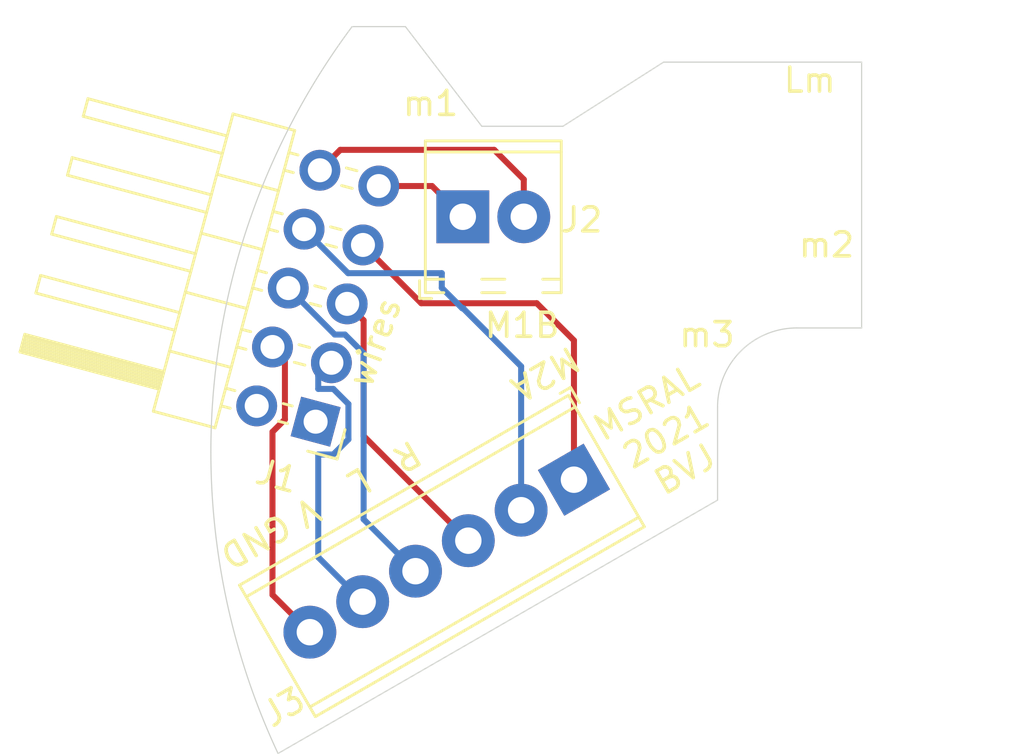
<source format=kicad_pcb>
(kicad_pcb (version 20171130) (host pcbnew "(5.1.9)-1")

  (general
    (thickness 1.6)
    (drawings 19)
    (tracks 40)
    (zones 0)
    (modules 8)
    (nets 9)
  )

  (page A4)
  (layers
    (0 F.Cu signal)
    (31 B.Cu signal)
    (32 B.Adhes user)
    (33 F.Adhes user)
    (34 B.Paste user)
    (35 F.Paste user)
    (36 B.SilkS user)
    (37 F.SilkS user)
    (38 B.Mask user hide)
    (39 F.Mask user hide)
    (40 Dwgs.User user hide)
    (41 Cmts.User user hide)
    (42 Eco1.User user hide)
    (43 Eco2.User user hide)
    (44 Edge.Cuts user)
    (45 Margin user hide)
    (46 B.CrtYd user)
    (47 F.CrtYd user)
    (48 B.Fab user)
    (49 F.Fab user)
  )

  (setup
    (last_trace_width 0.25)
    (trace_clearance 0.2)
    (zone_clearance 0.508)
    (zone_45_only no)
    (trace_min 0.2)
    (via_size 0.8)
    (via_drill 0.4)
    (via_min_size 0.4)
    (via_min_drill 0.3)
    (uvia_size 0.3)
    (uvia_drill 0.1)
    (uvias_allowed no)
    (uvia_min_size 0.2)
    (uvia_min_drill 0.1)
    (edge_width 0.05)
    (segment_width 0.2)
    (pcb_text_width 0.3)
    (pcb_text_size 1.5 1.5)
    (mod_edge_width 0.12)
    (mod_text_size 1 1)
    (mod_text_width 0.15)
    (pad_size 6.8 6.8)
    (pad_drill 6.8)
    (pad_to_mask_clearance 0)
    (aux_axis_origin 0 0)
    (visible_elements 7FFFFFFF)
    (pcbplotparams
      (layerselection 0x010fc_ffffffff)
      (usegerberextensions false)
      (usegerberattributes true)
      (usegerberadvancedattributes true)
      (creategerberjobfile true)
      (excludeedgelayer true)
      (linewidth 0.100000)
      (plotframeref false)
      (viasonmask false)
      (mode 1)
      (useauxorigin false)
      (hpglpennumber 1)
      (hpglpenspeed 20)
      (hpglpendiameter 15.000000)
      (psnegative false)
      (psa4output false)
      (plotreference true)
      (plotvalue true)
      (plotinvisibletext false)
      (padsonsilk false)
      (subtractmaskfromsilk false)
      (outputformat 3)
      (mirror false)
      (drillshape 2)
      (scaleselection 1)
      (outputdirectory "DXF Files/"))
  )

  (net 0 "")
  (net 1 M1A)
  (net 2 M1B)
  (net 3 M2A)
  (net 4 M2B)
  (net 5 3_3V)
  (net 6 GND)
  (net 7 ROT_POT)
  (net 8 LIN_POT)

  (net_class Default "This is the default net class."
    (clearance 0.2)
    (trace_width 0.25)
    (via_dia 0.8)
    (via_drill 0.4)
    (uvia_dia 0.3)
    (uvia_drill 0.1)
    (add_net 3_3V)
    (add_net GND)
    (add_net LIN_POT)
    (add_net M1A)
    (add_net M1B)
    (add_net M2A)
    (add_net M2B)
    (add_net ROT_POT)
  )

  (module MountingHole:MountingHole_2.1mm (layer F.Cu) (tedit 5B924765) (tstamp 602C2CC0)
    (at 91.25 126.5)
    (descr "Mounting Hole 2.1mm, no annular")
    (tags "mounting hole 2.1mm no annular")
    (attr virtual)
    (fp_text reference m3 (at 2.31 0.06) (layer F.SilkS)
      (effects (font (size 1 1) (thickness 0.15)))
    )
    (fp_text value MountingHole_2.1mm (at 0 3.2) (layer F.Fab)
      (effects (font (size 1 1) (thickness 0.15)))
    )
    (fp_circle (center 0 0) (end 2.35 0) (layer F.CrtYd) (width 0.05))
    (fp_circle (center 0 0) (end 2.1 0) (layer Cmts.User) (width 0.15))
    (fp_text user %R (at 4.77 -1.12) (layer F.Fab)
      (effects (font (size 1 1) (thickness 0.15)))
    )
    (pad "" np_thru_hole circle (at 0 0) (size 2.1 2.1) (drill 2.1) (layers *.Cu *.Mask))
  )

  (module MountingHole:MountingHole_5.3mm_M5 (layer F.Cu) (tedit 6027E731) (tstamp 60284DB5)
    (at 94.06 119.6)
    (descr "Mounting Hole 5.3mm, no annular, M5")
    (tags "mounting hole 5.3mm no annular m5")
    (attr virtual)
    (fp_text reference Lm (at 3.78 -3.64) (layer F.SilkS)
      (effects (font (size 1 1) (thickness 0.15)))
    )
    (fp_text value MountingHole_5.3mm_M5 (at 0 6.3) (layer F.Fab)
      (effects (font (size 1 1) (thickness 0.15)))
    )
    (fp_circle (center 0 0) (end 5.55 0) (layer F.CrtYd) (width 0.05))
    (fp_circle (center 0 0) (end 5.3 0) (layer Cmts.User) (width 0.15))
    (fp_text user %R (at -2.62 1.98) (layer F.Fab)
      (effects (font (size 1 1) (thickness 0.15)))
    )
    (pad "" np_thru_hole circle (at 0 0) (size 6.8 6.8) (drill 6.8) (layers *.Cu *.Mask))
  )

  (module MountingHole:MountingHole_5.3mm_M5 (layer F.Cu) (tedit 6027E698) (tstamp 602841E0)
    (at 82.5 128.8)
    (descr "Mounting Hole 5.3mm, no annular, M5")
    (tags "mounting hole 5.3mm no annular m5")
    (attr virtual)
    (fp_text reference wires (at -2.77 -1.94 70) (layer F.SilkS)
      (effects (font (size 1 1) (thickness 0.15)))
    )
    (fp_text value MountingHole_5.3mm_M5 (at 0 6.3) (layer F.Fab)
      (effects (font (size 1 1) (thickness 0.15)))
    )
    (fp_circle (center 0 0) (end 5.3 0) (layer Cmts.User) (width 0.15))
    (fp_circle (center 0 0) (end 5.55 0) (layer F.CrtYd) (width 0.05))
    (fp_text user %R (at -2.62 1.98) (layer F.Fab)
      (effects (font (size 1 1) (thickness 0.15)))
    )
    (pad "" np_thru_hole circle (at 0 0) (size 5 5) (drill 5) (layers *.Cu *.Mask))
  )

  (module MountingHole:MountingHole_2.2mm_M2 (layer F.Cu) (tedit 56D1B4CB) (tstamp 6028412E)
    (at 97.3 124.6)
    (descr "Mounting Hole 2.2mm, no annular, M2")
    (tags "mounting hole 2.2mm no annular m2")
    (attr virtual)
    (fp_text reference m2 (at 1.24 -1.78) (layer F.SilkS)
      (effects (font (size 1 1) (thickness 0.15)))
    )
    (fp_text value MountingHole_2.2mm_M2 (at 0 3.2) (layer F.Fab)
      (effects (font (size 1 1) (thickness 0.15)))
    )
    (fp_circle (center 0 0) (end 2.45 0) (layer F.CrtYd) (width 0.05))
    (fp_circle (center 0 0) (end 2.2 0) (layer Cmts.User) (width 0.15))
    (fp_text user %R (at 3.51 -1.5) (layer F.Fab)
      (effects (font (size 1 1) (thickness 0.15)))
    )
    (pad 1 np_thru_hole circle (at 0 0) (size 2.2 2.2) (drill 2.2) (layers *.Cu *.Mask))
  )

  (module MountingHole:MountingHole_2.2mm_M2 (layer F.Cu) (tedit 56D1B4CB) (tstamp 6028408F)
    (at 79.6 116.3)
    (descr "Mounting Hole 2.2mm, no annular, M2")
    (tags "mounting hole 2.2mm no annular m2")
    (attr virtual)
    (fp_text reference m1 (at 2.45 0.63) (layer F.SilkS)
      (effects (font (size 1 1) (thickness 0.15)))
    )
    (fp_text value MountingHole_2.2mm_M2 (at 0 3.2) (layer F.Fab)
      (effects (font (size 1 1) (thickness 0.15)))
    )
    (fp_circle (center 0 0) (end 2.2 0) (layer Cmts.User) (width 0.15))
    (fp_circle (center 0 0) (end 2.45 0) (layer F.CrtYd) (width 0.05))
    (fp_text user %R (at 3.57 -2.83) (layer F.Fab)
      (effects (font (size 1 1) (thickness 0.15)))
    )
    (pad 1 np_thru_hole circle (at 0 0) (size 2.2 2.2) (drill 2.2) (layers *.Cu *.Mask))
  )

  (module Connector_PinHeader_2.54mm:PinHeader_2x05_P2.54mm_Horizontal (layer F.Cu) (tedit 59FED5CB) (tstamp 600E1B58)
    (at 77.260399 130.183806 165)
    (descr "Through hole angled pin header, 2x05, 2.54mm pitch, 6mm pin length, double rows")
    (tags "Through hole angled pin header THT 2x05 2.54mm double row")
    (path /6003C939)
    (fp_text reference J1 (at 0.968992 -2.605777 165) (layer F.SilkS)
      (effects (font (size 1 1) (thickness 0.15)))
    )
    (fp_text value Conn_02x05_Odd_Even (at 5.655 12.43 165) (layer F.Fab)
      (effects (font (size 1 1) (thickness 0.15)))
    )
    (fp_line (start 13.1 -1.8) (end -1.8 -1.8) (layer F.CrtYd) (width 0.05))
    (fp_line (start 13.1 11.95) (end 13.1 -1.8) (layer F.CrtYd) (width 0.05))
    (fp_line (start -1.8 11.95) (end 13.1 11.95) (layer F.CrtYd) (width 0.05))
    (fp_line (start -1.8 -1.8) (end -1.8 11.95) (layer F.CrtYd) (width 0.05))
    (fp_line (start -1.27 -1.27) (end 0 -1.27) (layer F.SilkS) (width 0.12))
    (fp_line (start -1.27 0) (end -1.27 -1.27) (layer F.SilkS) (width 0.12))
    (fp_line (start 1.042929 10.54) (end 1.497071 10.54) (layer F.SilkS) (width 0.12))
    (fp_line (start 1.042929 9.78) (end 1.497071 9.78) (layer F.SilkS) (width 0.12))
    (fp_line (start 3.582929 10.54) (end 3.98 10.54) (layer F.SilkS) (width 0.12))
    (fp_line (start 3.582929 9.78) (end 3.98 9.78) (layer F.SilkS) (width 0.12))
    (fp_line (start 12.64 10.54) (end 6.64 10.54) (layer F.SilkS) (width 0.12))
    (fp_line (start 12.64 9.78) (end 12.64 10.54) (layer F.SilkS) (width 0.12))
    (fp_line (start 6.64 9.78) (end 12.64 9.78) (layer F.SilkS) (width 0.12))
    (fp_line (start 3.98 8.89) (end 6.64 8.89) (layer F.SilkS) (width 0.12))
    (fp_line (start 1.042929 8) (end 1.497071 8) (layer F.SilkS) (width 0.12))
    (fp_line (start 1.042929 7.24) (end 1.497071 7.24) (layer F.SilkS) (width 0.12))
    (fp_line (start 3.582929 8) (end 3.98 8) (layer F.SilkS) (width 0.12))
    (fp_line (start 3.582929 7.24) (end 3.98 7.24) (layer F.SilkS) (width 0.12))
    (fp_line (start 12.64 8) (end 6.64 8) (layer F.SilkS) (width 0.12))
    (fp_line (start 12.64 7.24) (end 12.64 8) (layer F.SilkS) (width 0.12))
    (fp_line (start 6.64 7.24) (end 12.64 7.24) (layer F.SilkS) (width 0.12))
    (fp_line (start 3.98 6.35) (end 6.64 6.35) (layer F.SilkS) (width 0.12))
    (fp_line (start 1.042929 5.46) (end 1.497071 5.46) (layer F.SilkS) (width 0.12))
    (fp_line (start 1.042929 4.7) (end 1.497071 4.7) (layer F.SilkS) (width 0.12))
    (fp_line (start 3.582929 5.46) (end 3.98 5.46) (layer F.SilkS) (width 0.12))
    (fp_line (start 3.582929 4.7) (end 3.98 4.7) (layer F.SilkS) (width 0.12))
    (fp_line (start 12.64 5.46) (end 6.64 5.46) (layer F.SilkS) (width 0.12))
    (fp_line (start 12.64 4.7) (end 12.64 5.46) (layer F.SilkS) (width 0.12))
    (fp_line (start 6.64 4.7) (end 12.64 4.7) (layer F.SilkS) (width 0.12))
    (fp_line (start 3.98 3.81) (end 6.64 3.81) (layer F.SilkS) (width 0.12))
    (fp_line (start 1.042929 2.92) (end 1.497071 2.92) (layer F.SilkS) (width 0.12))
    (fp_line (start 1.042929 2.16) (end 1.497071 2.16) (layer F.SilkS) (width 0.12))
    (fp_line (start 3.582929 2.92) (end 3.98 2.92) (layer F.SilkS) (width 0.12))
    (fp_line (start 3.582929 2.16) (end 3.98 2.16) (layer F.SilkS) (width 0.12))
    (fp_line (start 12.64 2.92) (end 6.64 2.92) (layer F.SilkS) (width 0.12))
    (fp_line (start 12.64 2.16) (end 12.64 2.92) (layer F.SilkS) (width 0.12))
    (fp_line (start 6.64 2.16) (end 12.64 2.16) (layer F.SilkS) (width 0.12))
    (fp_line (start 3.98 1.27) (end 6.64 1.27) (layer F.SilkS) (width 0.12))
    (fp_line (start 1.11 0.38) (end 1.497071 0.38) (layer F.SilkS) (width 0.12))
    (fp_line (start 1.11 -0.38) (end 1.497071 -0.38) (layer F.SilkS) (width 0.12))
    (fp_line (start 3.582929 0.38) (end 3.98 0.38) (layer F.SilkS) (width 0.12))
    (fp_line (start 3.582929 -0.38) (end 3.98 -0.38) (layer F.SilkS) (width 0.12))
    (fp_line (start 6.64 0.28) (end 12.64 0.28) (layer F.SilkS) (width 0.12))
    (fp_line (start 6.64 0.16) (end 12.64 0.16) (layer F.SilkS) (width 0.12))
    (fp_line (start 6.64 0.04) (end 12.64 0.04) (layer F.SilkS) (width 0.12))
    (fp_line (start 6.64 -0.08) (end 12.64 -0.08) (layer F.SilkS) (width 0.12))
    (fp_line (start 6.64 -0.2) (end 12.64 -0.2) (layer F.SilkS) (width 0.12))
    (fp_line (start 6.64 -0.32) (end 12.64 -0.32) (layer F.SilkS) (width 0.12))
    (fp_line (start 12.64 0.38) (end 6.64 0.38) (layer F.SilkS) (width 0.12))
    (fp_line (start 12.64 -0.38) (end 12.64 0.38) (layer F.SilkS) (width 0.12))
    (fp_line (start 6.64 -0.38) (end 12.64 -0.38) (layer F.SilkS) (width 0.12))
    (fp_line (start 6.64 -1.33) (end 3.98 -1.33) (layer F.SilkS) (width 0.12))
    (fp_line (start 6.64 11.49) (end 6.64 -1.33) (layer F.SilkS) (width 0.12))
    (fp_line (start 3.98 11.49) (end 6.64 11.49) (layer F.SilkS) (width 0.12))
    (fp_line (start 3.98 -1.33) (end 3.98 11.49) (layer F.SilkS) (width 0.12))
    (fp_line (start 6.58 10.48) (end 12.58 10.48) (layer F.Fab) (width 0.1))
    (fp_line (start 12.58 9.84) (end 12.58 10.48) (layer F.Fab) (width 0.1))
    (fp_line (start 6.58 9.84) (end 12.58 9.84) (layer F.Fab) (width 0.1))
    (fp_line (start -0.32 10.48) (end 4.04 10.48) (layer F.Fab) (width 0.1))
    (fp_line (start -0.32 9.84) (end -0.32 10.48) (layer F.Fab) (width 0.1))
    (fp_line (start -0.32 9.84) (end 4.04 9.84) (layer F.Fab) (width 0.1))
    (fp_line (start 6.58 7.94) (end 12.58 7.94) (layer F.Fab) (width 0.1))
    (fp_line (start 12.58 7.3) (end 12.58 7.94) (layer F.Fab) (width 0.1))
    (fp_line (start 6.58 7.3) (end 12.58 7.3) (layer F.Fab) (width 0.1))
    (fp_line (start -0.32 7.94) (end 4.04 7.94) (layer F.Fab) (width 0.1))
    (fp_line (start -0.32 7.3) (end -0.32 7.94) (layer F.Fab) (width 0.1))
    (fp_line (start -0.32 7.3) (end 4.04 7.3) (layer F.Fab) (width 0.1))
    (fp_line (start 6.58 5.4) (end 12.58 5.4) (layer F.Fab) (width 0.1))
    (fp_line (start 12.58 4.76) (end 12.58 5.4) (layer F.Fab) (width 0.1))
    (fp_line (start 6.58 4.76) (end 12.58 4.76) (layer F.Fab) (width 0.1))
    (fp_line (start -0.32 5.4) (end 4.04 5.4) (layer F.Fab) (width 0.1))
    (fp_line (start -0.32 4.76) (end -0.32 5.4) (layer F.Fab) (width 0.1))
    (fp_line (start -0.32 4.76) (end 4.04 4.76) (layer F.Fab) (width 0.1))
    (fp_line (start 6.58 2.86) (end 12.58 2.86) (layer F.Fab) (width 0.1))
    (fp_line (start 12.58 2.22) (end 12.58 2.86) (layer F.Fab) (width 0.1))
    (fp_line (start 6.58 2.22) (end 12.58 2.22) (layer F.Fab) (width 0.1))
    (fp_line (start -0.32 2.86) (end 4.04 2.86) (layer F.Fab) (width 0.1))
    (fp_line (start -0.32 2.22) (end -0.32 2.86) (layer F.Fab) (width 0.1))
    (fp_line (start -0.32 2.22) (end 4.04 2.22) (layer F.Fab) (width 0.1))
    (fp_line (start 6.58 0.32) (end 12.58 0.32) (layer F.Fab) (width 0.1))
    (fp_line (start 12.58 -0.32) (end 12.58 0.32) (layer F.Fab) (width 0.1))
    (fp_line (start 6.58 -0.32) (end 12.58 -0.32) (layer F.Fab) (width 0.1))
    (fp_line (start -0.32 0.32) (end 4.04 0.32) (layer F.Fab) (width 0.1))
    (fp_line (start -0.32 -0.32) (end -0.32 0.32) (layer F.Fab) (width 0.1))
    (fp_line (start -0.32 -0.32) (end 4.04 -0.32) (layer F.Fab) (width 0.1))
    (fp_line (start 4.04 -0.635) (end 4.675 -1.27) (layer F.Fab) (width 0.1))
    (fp_line (start 4.04 11.43) (end 4.04 -0.635) (layer F.Fab) (width 0.1))
    (fp_line (start 6.58 11.43) (end 4.04 11.43) (layer F.Fab) (width 0.1))
    (fp_line (start 6.58 -1.27) (end 6.58 11.43) (layer F.Fab) (width 0.1))
    (fp_line (start 4.675 -1.27) (end 6.58 -1.27) (layer F.Fab) (width 0.1))
    (fp_text user %R (at 5.31 5.08 75) (layer F.Fab)
      (effects (font (size 1 1) (thickness 0.15)))
    )
    (pad 1 thru_hole rect (at 0 0 165) (size 1.7 1.7) (drill 1) (layers *.Cu *.Mask))
    (pad 2 thru_hole oval (at 2.54 0 165) (size 1.7 1.7) (drill 1) (layers *.Cu *.Mask))
    (pad 3 thru_hole oval (at 0 2.54 165) (size 1.7 1.7) (drill 1) (layers *.Cu *.Mask)
      (net 5 3_3V))
    (pad 4 thru_hole oval (at 2.54 2.54 165) (size 1.7 1.7) (drill 1) (layers *.Cu *.Mask)
      (net 6 GND))
    (pad 5 thru_hole oval (at 0 5.08 165) (size 1.7 1.7) (drill 1) (layers *.Cu *.Mask)
      (net 7 ROT_POT))
    (pad 6 thru_hole oval (at 2.54 5.08 165) (size 1.7 1.7) (drill 1) (layers *.Cu *.Mask)
      (net 8 LIN_POT))
    (pad 7 thru_hole oval (at 0 7.62 165) (size 1.7 1.7) (drill 1) (layers *.Cu *.Mask)
      (net 3 M2A))
    (pad 8 thru_hole oval (at 2.54 7.62 165) (size 1.7 1.7) (drill 1) (layers *.Cu *.Mask)
      (net 4 M2B))
    (pad 9 thru_hole oval (at 0 10.16 165) (size 1.7 1.7) (drill 1) (layers *.Cu *.Mask)
      (net 1 M1A))
    (pad 10 thru_hole oval (at 2.54 10.16 165) (size 1.7 1.7) (drill 1) (layers *.Cu *.Mask)
      (net 2 M1B))
    (model ${KISYS3DMOD}/Connector_PinHeader_2.54mm.3dshapes/PinHeader_2x05_P2.54mm_Horizontal.wrl
      (at (xyz 0 0 0))
      (scale (xyz 1 1 1))
      (rotate (xyz 0 0 0))
    )
  )

  (module TerminalBlock_Phoenix:TerminalBlock_Phoenix_MPT-0,5-2-2.54_1x02_P2.54mm_Horizontal (layer F.Cu) (tedit 5B294F98) (tstamp 600E82F6)
    (at 83.39 121.65)
    (descr "Terminal Block Phoenix MPT-0,5-2-2.54, 2 pins, pitch 2.54mm, size 5.54x6.2mm^2, drill diamater 1.1mm, pad diameter 2.2mm, see http://www.mouser.com/ds/2/324/ItemDetail_1725656-920552.pdf, script-generated using https://github.com/pointhi/kicad-footprint-generator/scripts/TerminalBlock_Phoenix")
    (tags "THT Terminal Block Phoenix MPT-0,5-2-2.54 pitch 2.54mm size 5.54x6.2mm^2 drill 1.1mm pad 2.2mm")
    (path /6004023A)
    (fp_text reference J2 (at 4.95 0.13) (layer F.SilkS)
      (effects (font (size 1 1) (thickness 0.15)))
    )
    (fp_text value Screw_Terminal_01x02 (at 1.27 4.16) (layer F.Fab)
      (effects (font (size 1 1) (thickness 0.15)))
    )
    (fp_line (start 4.54 -3.6) (end -2 -3.6) (layer F.CrtYd) (width 0.05))
    (fp_line (start 4.54 3.6) (end 4.54 -3.6) (layer F.CrtYd) (width 0.05))
    (fp_line (start -2 3.6) (end 4.54 3.6) (layer F.CrtYd) (width 0.05))
    (fp_line (start -2 -3.6) (end -2 3.6) (layer F.CrtYd) (width 0.05))
    (fp_line (start -1.8 3.4) (end -1.3 3.4) (layer F.SilkS) (width 0.12))
    (fp_line (start -1.8 2.66) (end -1.8 3.4) (layer F.SilkS) (width 0.12))
    (fp_line (start 3.241 -0.835) (end 1.706 0.7) (layer F.Fab) (width 0.1))
    (fp_line (start 3.375 -0.7) (end 1.84 0.835) (layer F.Fab) (width 0.1))
    (fp_line (start 0.701 -0.835) (end -0.835 0.7) (layer F.Fab) (width 0.1))
    (fp_line (start 0.835 -0.7) (end -0.701 0.835) (layer F.Fab) (width 0.1))
    (fp_line (start 4.1 -3.16) (end 4.1 3.16) (layer F.SilkS) (width 0.12))
    (fp_line (start -1.56 -3.16) (end -1.56 3.16) (layer F.SilkS) (width 0.12))
    (fp_line (start 3.33 3.16) (end 4.1 3.16) (layer F.SilkS) (width 0.12))
    (fp_line (start 0.79 3.16) (end 1.75 3.16) (layer F.SilkS) (width 0.12))
    (fp_line (start -1.56 3.16) (end -0.79 3.16) (layer F.SilkS) (width 0.12))
    (fp_line (start -1.56 -3.16) (end 4.1 -3.16) (layer F.SilkS) (width 0.12))
    (fp_line (start -1.56 -2.7) (end 4.1 -2.7) (layer F.SilkS) (width 0.12))
    (fp_line (start -1.5 -2.7) (end 4.04 -2.7) (layer F.Fab) (width 0.1))
    (fp_line (start 3.33 2.6) (end 4.1 2.6) (layer F.SilkS) (width 0.12))
    (fp_line (start 0.79 2.6) (end 1.75 2.6) (layer F.SilkS) (width 0.12))
    (fp_line (start -1.56 2.6) (end -0.79 2.6) (layer F.SilkS) (width 0.12))
    (fp_line (start -1.5 2.6) (end 4.04 2.6) (layer F.Fab) (width 0.1))
    (fp_line (start -1.5 2.6) (end -1.5 -3.1) (layer F.Fab) (width 0.1))
    (fp_line (start -1 3.1) (end -1.5 2.6) (layer F.Fab) (width 0.1))
    (fp_line (start 4.04 3.1) (end -1 3.1) (layer F.Fab) (width 0.1))
    (fp_line (start 4.04 -3.1) (end 4.04 3.1) (layer F.Fab) (width 0.1))
    (fp_line (start -1.5 -3.1) (end 4.04 -3.1) (layer F.Fab) (width 0.1))
    (fp_circle (center 2.54 0) (end 3.64 0) (layer F.Fab) (width 0.1))
    (fp_circle (center 0 0) (end 1.1 0) (layer F.Fab) (width 0.1))
    (fp_text user %R (at 5.11 2.66) (layer F.Fab)
      (effects (font (size 1 1) (thickness 0.15)))
    )
    (pad 1 thru_hole rect (at 0 0) (size 2.2 2.2) (drill 1.1) (layers *.Cu *.Mask)
      (net 1 M1A))
    (pad "" np_thru_hole circle (at 0 2.54) (size 1.1 1.1) (drill 1.1) (layers *.Cu *.Mask))
    (pad 2 thru_hole circle (at 2.54 0) (size 2.2 2.2) (drill 1.1) (layers *.Cu *.Mask)
      (net 2 M1B))
    (pad "" np_thru_hole circle (at 2.54 2.54) (size 1.1 1.1) (drill 1.1) (layers *.Cu *.Mask))
    (model ${KISYS3DMOD}/TerminalBlock_Phoenix.3dshapes/TerminalBlock_Phoenix_MPT-0,5-2-2.54_1x02_P2.54mm_Horizontal.wrl
      (at (xyz 0 0 0))
      (scale (xyz 1 1 1))
      (rotate (xyz 0 0 0))
    )
  )

  (module TerminalBlock_Phoenix:TerminalBlock_Phoenix_MPT-0,5-6-2.54_1x06_P2.54mm_Horizontal (layer F.Cu) (tedit 5B294F99) (tstamp 600E80A5)
    (at 88.019409 132.6 210)
    (descr "Terminal Block Phoenix MPT-0,5-6-2.54, 6 pins, pitch 2.54mm, size 15.7x6.2mm^2, drill diamater 1.1mm, pad diameter 2.2mm, see http://www.mouser.com/ds/2/324/ItemDetail_1725672-916605.pdf, script-generated using https://github.com/pointhi/kicad-footprint-generator/scripts/TerminalBlock_Phoenix")
    (tags "THT Terminal Block Phoenix MPT-0,5-6-2.54 pitch 2.54mm size 15.7x6.2mm^2 drill 1.1mm pad 2.2mm")
    (path /600E56C6)
    (fp_text reference J3 (at 15.204735 -2.156556 30) (layer F.SilkS)
      (effects (font (size 1 1) (thickness 0.15)))
    )
    (fp_text value Screw_Terminal_01x06 (at 6.35 4.16 30) (layer F.Fab)
      (effects (font (size 1 1) (thickness 0.15)))
    )
    (fp_circle (center 0 0) (end 1.1 0) (layer F.Fab) (width 0.1))
    (fp_circle (center 2.54 0) (end 3.64 0) (layer F.Fab) (width 0.1))
    (fp_circle (center 5.08 0) (end 6.18 0) (layer F.Fab) (width 0.1))
    (fp_circle (center 7.62 0) (end 8.72 0) (layer F.Fab) (width 0.1))
    (fp_circle (center 10.16 0) (end 11.26 0) (layer F.Fab) (width 0.1))
    (fp_circle (center 12.7 0) (end 13.8 0) (layer F.Fab) (width 0.1))
    (fp_line (start -1.5 -3.1) (end 14.2 -3.1) (layer F.Fab) (width 0.1))
    (fp_line (start 14.2 -3.1) (end 14.2 3.1) (layer F.Fab) (width 0.1))
    (fp_line (start 14.2 3.1) (end -1 3.1) (layer F.Fab) (width 0.1))
    (fp_line (start -1 3.1) (end -1.5 2.6) (layer F.Fab) (width 0.1))
    (fp_line (start -1.5 2.6) (end -1.5 -3.1) (layer F.Fab) (width 0.1))
    (fp_line (start -1.5 2.6) (end 14.2 2.6) (layer F.Fab) (width 0.1))
    (fp_line (start -1.56 2.6) (end 14.26 2.6) (layer F.SilkS) (width 0.12))
    (fp_line (start -1.5 -2.7) (end 14.2 -2.7) (layer F.Fab) (width 0.1))
    (fp_line (start -1.56 -2.7) (end 14.26 -2.7) (layer F.SilkS) (width 0.12))
    (fp_line (start -1.56 -3.16) (end 14.26 -3.16) (layer F.SilkS) (width 0.12))
    (fp_line (start -1.56 3.16) (end 14.26 3.16) (layer F.SilkS) (width 0.12))
    (fp_line (start -1.56 -3.16) (end -1.56 3.16) (layer F.SilkS) (width 0.12))
    (fp_line (start 14.26 -3.16) (end 14.26 3.16) (layer F.SilkS) (width 0.12))
    (fp_line (start 0.835 -0.7) (end -0.701 0.835) (layer F.Fab) (width 0.1))
    (fp_line (start 0.701 -0.835) (end -0.835 0.7) (layer F.Fab) (width 0.1))
    (fp_line (start 3.375 -0.7) (end 1.84 0.835) (layer F.Fab) (width 0.1))
    (fp_line (start 3.241 -0.835) (end 1.706 0.7) (layer F.Fab) (width 0.1))
    (fp_line (start 5.915 -0.7) (end 4.38 0.835) (layer F.Fab) (width 0.1))
    (fp_line (start 5.781 -0.835) (end 4.246 0.7) (layer F.Fab) (width 0.1))
    (fp_line (start 8.455 -0.7) (end 6.92 0.835) (layer F.Fab) (width 0.1))
    (fp_line (start 8.321 -0.835) (end 6.786 0.7) (layer F.Fab) (width 0.1))
    (fp_line (start 10.995 -0.7) (end 9.46 0.835) (layer F.Fab) (width 0.1))
    (fp_line (start 10.861 -0.835) (end 9.326 0.7) (layer F.Fab) (width 0.1))
    (fp_line (start 13.535 -0.7) (end 12 0.835) (layer F.Fab) (width 0.1))
    (fp_line (start 13.401 -0.835) (end 11.866 0.7) (layer F.Fab) (width 0.1))
    (fp_line (start -1.8 2.66) (end -1.8 3.4) (layer F.SilkS) (width 0.12))
    (fp_line (start -1.8 3.4) (end -1.3 3.4) (layer F.SilkS) (width 0.12))
    (fp_line (start -2 -3.6) (end -2 3.6) (layer F.CrtYd) (width 0.05))
    (fp_line (start -2 3.6) (end 14.7 3.6) (layer F.CrtYd) (width 0.05))
    (fp_line (start 14.7 3.6) (end 14.7 -3.6) (layer F.CrtYd) (width 0.05))
    (fp_line (start 14.7 -3.6) (end -2 -3.6) (layer F.CrtYd) (width 0.05))
    (fp_text user %R (at 6.35 2 30) (layer F.Fab)
      (effects (font (size 1 1) (thickness 0.15)))
    )
    (pad 6 thru_hole circle (at 12.7 0 210) (size 2.2 2.2) (drill 1.1) (layers *.Cu *.Mask)
      (net 6 GND))
    (pad 5 thru_hole circle (at 10.16 0 210) (size 2.2 2.2) (drill 1.1) (layers *.Cu *.Mask)
      (net 5 3_3V))
    (pad 4 thru_hole circle (at 7.62 0 210) (size 2.2 2.2) (drill 1.1) (layers *.Cu *.Mask)
      (net 8 LIN_POT))
    (pad 3 thru_hole circle (at 5.08 0 210) (size 2.2 2.2) (drill 1.1) (layers *.Cu *.Mask)
      (net 7 ROT_POT))
    (pad 2 thru_hole circle (at 2.54 0 210) (size 2.2 2.2) (drill 1.1) (layers *.Cu *.Mask)
      (net 4 M2B))
    (pad 1 thru_hole rect (at 0 0 210) (size 2.2 2.2) (drill 1.1) (layers *.Cu *.Mask)
      (net 3 M2A))
    (model ${KISYS3DMOD}/TerminalBlock_Phoenix.3dshapes/TerminalBlock_Phoenix_MPT-0,5-6-2.54_1x06_P2.54mm_Horizontal.wrl
      (at (xyz 0 0 0))
      (scale (xyz 1 1 1))
      (rotate (xyz 0 0 0))
    )
  )

  (gr_text "MSRAL\n2021\nBVJ" (at 91.85 130.78 30) (layer F.SilkS)
    (effects (font (size 1 1) (thickness 0.15)))
  )
  (gr_text V (at 76.93 133.94 -150) (layer F.SilkS) (tstamp 602C3213)
    (effects (font (size 1 1) (thickness 0.15)))
  )
  (gr_text L (at 79.09 132.67 -150) (layer F.SilkS) (tstamp 602C3170)
    (effects (font (size 1 1) (thickness 0.15)))
  )
  (gr_text R (at 81.06 131.62 -150) (layer F.SilkS) (tstamp 602C3167)
    (effects (font (size 1 1) (thickness 0.15)))
  )
  (gr_text M2A (at 86.82 128.19 -150) (layer F.SilkS) (tstamp 602C315A)
    (effects (font (size 1 1) (thickness 0.15)))
  )
  (gr_text M1B (at 85.86 126.17) (layer F.SilkS)
    (effects (font (size 1 1) (thickness 0.15)))
  )
  (gr_text "GND\n" (at 74.76 135.14 -150) (layer F.SilkS)
    (effects (font (size 1 1) (thickness 0.15)))
  )
  (gr_line (start 94 129.58) (end 94 133.45) (layer Edge.Cuts) (width 0.05))
  (gr_line (start 97.3 126.28) (end 100 126.28) (layer Edge.Cuts) (width 0.05))
  (gr_arc (start 97.3 129.58) (end 97.3 126.28) (angle -90) (layer Edge.Cuts) (width 0.05))
  (gr_line (start 81 113.73) (end 78.780001 113.730001) (layer Edge.Cuts) (width 0.05) (tstamp 60271930))
  (gr_line (start 84.18 117.88) (end 81 113.73) (layer Edge.Cuts) (width 0.05))
  (gr_arc (start 102.5 131.44) (end 78.780001 113.730001) (angle -61.85647624) (layer Edge.Cuts) (width 0.05))
  (gr_line (start 94 133.45) (end 75.695582 144.002071) (layer Edge.Cuts) (width 0.05))
  (target plus (at 94.06 119.6) (size 5) (width 0.05) (layer Edge.Cuts) (tstamp 600E8106))
  (gr_line (start 100 115.21) (end 100 126.28) (layer Edge.Cuts) (width 0.05))
  (gr_line (start 91.75 115.21) (end 100 115.21) (layer Edge.Cuts) (width 0.05) (tstamp 600E0837))
  (gr_line (start 87.56 117.88) (end 91.75 115.21) (layer Edge.Cuts) (width 0.05))
  (gr_line (start 84.18 117.88) (end 87.56 117.88) (layer Edge.Cuts) (width 0.05))

  (segment (start 82.11 120.37) (end 83.39 121.65) (width 0.25) (layer F.Cu) (net 1))
  (segment (start 79.89 120.37) (end 82.11 120.37) (width 0.25) (layer F.Cu) (net 1))
  (segment (start 85.93 120.094366) (end 85.93 121.65) (width 0.25) (layer F.Cu) (net 2))
  (segment (start 84.698234 118.8626) (end 85.93 120.094366) (width 0.25) (layer F.Cu) (net 2))
  (segment (start 78.286548 118.8626) (end 84.698234 118.8626) (width 0.25) (layer F.Cu) (net 2))
  (segment (start 77.436549 119.712599) (end 78.286548 118.8626) (width 0.25) (layer F.Cu) (net 2))
  (segment (start 86.47 125.25) (end 88.019409 126.799409) (width 0.25) (layer F.Cu) (net 3))
  (segment (start 88.019409 126.799409) (end 88.019409 132.6) (width 0.25) (layer F.Cu) (net 3))
  (segment (start 81.659149 125.25) (end 86.47 125.25) (width 0.25) (layer F.Cu) (net 3))
  (segment (start 79.2326 122.823451) (end 81.659149 125.25) (width 0.25) (layer F.Cu) (net 3))
  (segment (start 85.819704 127.879704) (end 85.819704 133.87) (width 0.25) (layer B.Cu) (net 4))
  (segment (start 83.407501 125.467501) (end 85.819704 127.879704) (width 0.25) (layer B.Cu) (net 4))
  (segment (start 83.415002 125.46) (end 83.407501 125.467501) (width 0.25) (layer B.Cu) (net 4))
  (segment (start 82.514999 124.610001) (end 83.364998 125.46) (width 0.25) (layer B.Cu) (net 4))
  (segment (start 78.61155 123.998452) (end 82.514999 123.998452) (width 0.25) (layer B.Cu) (net 4))
  (segment (start 83.364998 125.46) (end 83.415002 125.46) (width 0.25) (layer B.Cu) (net 4))
  (segment (start 82.514999 123.998452) (end 82.514999 124.610001) (width 0.25) (layer B.Cu) (net 4))
  (segment (start 76.779149 122.166051) (end 78.61155 123.998452) (width 0.25) (layer B.Cu) (net 4))
  (segment (start 77.37 131.549849) (end 77.37 135.829409) (width 0.25) (layer B.Cu) (net 5))
  (segment (start 78.626442 130.919473) (end 77.996066 131.549849) (width 0.25) (layer B.Cu) (net 5))
  (segment (start 78.626442 129.448139) (end 78.626442 130.919473) (width 0.25) (layer B.Cu) (net 5))
  (segment (start 77.37 135.829409) (end 79.220591 137.68) (width 0.25) (layer B.Cu) (net 5))
  (segment (start 77.996066 128.817763) (end 78.626442 129.448139) (width 0.25) (layer B.Cu) (net 5))
  (segment (start 77.37 128.817763) (end 77.996066 128.817763) (width 0.25) (layer B.Cu) (net 5))
  (segment (start 77.37 128.278153) (end 77.37 128.817763) (width 0.25) (layer B.Cu) (net 5))
  (segment (start 77.996066 131.549849) (end 77.37 131.549849) (width 0.25) (layer B.Cu) (net 5))
  (segment (start 77.917799 127.730354) (end 77.37 128.278153) (width 0.25) (layer B.Cu) (net 5))
  (segment (start 75.464348 137.393462) (end 77.020886 138.95) (width 0.25) (layer F.Cu) (net 6))
  (segment (start 75.464348 130.608007) (end 75.464348 137.393462) (width 0.25) (layer F.Cu) (net 6))
  (segment (start 75.981948 130.090407) (end 75.464348 130.608007) (width 0.25) (layer F.Cu) (net 6))
  (segment (start 75.981948 127.590554) (end 75.981948 130.090407) (width 0.25) (layer F.Cu) (net 6))
  (segment (start 75.464348 127.072954) (end 75.981948 127.590554) (width 0.25) (layer F.Cu) (net 6))
  (segment (start 79.26 130.78) (end 83.62 135.14) (width 0.25) (layer F.Cu) (net 7))
  (segment (start 79.26 125.961703) (end 79.26 130.78) (width 0.25) (layer F.Cu) (net 7))
  (segment (start 78.5752 125.276903) (end 79.26 125.961703) (width 0.25) (layer F.Cu) (net 7))
  (segment (start 79.26 134.249705) (end 81.420295 136.41) (width 0.25) (layer B.Cu) (net 8))
  (segment (start 79.26 127.333553) (end 79.26 134.249705) (width 0.25) (layer B.Cu) (net 8))
  (segment (start 78.4818 126.555353) (end 79.26 127.333553) (width 0.25) (layer B.Cu) (net 8))
  (segment (start 78.057599 126.555353) (end 78.4818 126.555353) (width 0.25) (layer B.Cu) (net 8))
  (segment (start 76.121748 124.619502) (end 78.057599 126.555353) (width 0.25) (layer B.Cu) (net 8))

)

</source>
